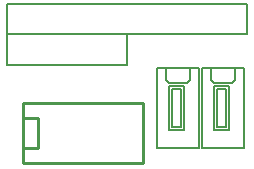
<source format=gto>
G04 (created by PCBNEW (2013-07-07 BZR 4022)-stable) date 15/01/2015 17:01:17*
%MOIN*%
G04 Gerber Fmt 3.4, Leading zero omitted, Abs format*
%FSLAX34Y34*%
G01*
G70*
G90*
G04 APERTURE LIST*
%ADD10C,0.00590551*%
%ADD11C,0.01*%
G04 APERTURE END LIST*
G54D10*
X74950Y-36800D02*
X74950Y-37300D01*
X70950Y-37300D02*
X74950Y-37300D01*
X74950Y-36800D02*
X74950Y-36300D01*
X74950Y-36300D02*
X66950Y-36300D01*
X66950Y-36300D02*
X66950Y-36350D01*
X70950Y-37300D02*
X66950Y-37300D01*
X66950Y-36325D02*
X66950Y-38325D01*
X66950Y-38325D02*
X70950Y-38325D01*
X70950Y-38325D02*
X70950Y-37325D01*
G54D11*
X67500Y-40100D02*
X68000Y-40100D01*
X68000Y-40100D02*
X68000Y-41100D01*
X68000Y-41100D02*
X67500Y-41100D01*
X67500Y-39600D02*
X71500Y-39600D01*
X71500Y-39600D02*
X71500Y-41600D01*
X71500Y-41600D02*
X67500Y-41600D01*
X67500Y-41600D02*
X67500Y-39600D01*
G54D10*
X72453Y-38914D02*
X72354Y-38914D01*
X73043Y-38422D02*
X73043Y-38815D01*
X73043Y-38815D02*
X72945Y-38914D01*
X72945Y-38914D02*
X72453Y-38914D01*
X72354Y-38914D02*
X72256Y-38815D01*
X72256Y-38815D02*
X72256Y-38422D01*
X72748Y-39111D02*
X72453Y-39111D01*
X72453Y-39111D02*
X72453Y-40390D01*
X72453Y-40390D02*
X72748Y-40390D01*
X72748Y-40390D02*
X72748Y-39111D01*
X72846Y-39012D02*
X72354Y-39012D01*
X72354Y-39012D02*
X72354Y-40488D01*
X72354Y-40488D02*
X72846Y-40488D01*
X72846Y-40488D02*
X72846Y-39012D01*
X73338Y-38422D02*
X71961Y-38422D01*
X71961Y-38422D02*
X71961Y-41079D01*
X71961Y-41079D02*
X73338Y-41079D01*
X73338Y-41079D02*
X73338Y-38422D01*
X73953Y-38914D02*
X73854Y-38914D01*
X74543Y-38422D02*
X74543Y-38815D01*
X74543Y-38815D02*
X74445Y-38914D01*
X74445Y-38914D02*
X73953Y-38914D01*
X73854Y-38914D02*
X73756Y-38815D01*
X73756Y-38815D02*
X73756Y-38422D01*
X74248Y-39111D02*
X73953Y-39111D01*
X73953Y-39111D02*
X73953Y-40390D01*
X73953Y-40390D02*
X74248Y-40390D01*
X74248Y-40390D02*
X74248Y-39111D01*
X74346Y-39012D02*
X73854Y-39012D01*
X73854Y-39012D02*
X73854Y-40488D01*
X73854Y-40488D02*
X74346Y-40488D01*
X74346Y-40488D02*
X74346Y-39012D01*
X74838Y-38422D02*
X73461Y-38422D01*
X73461Y-38422D02*
X73461Y-41079D01*
X73461Y-41079D02*
X74838Y-41079D01*
X74838Y-41079D02*
X74838Y-38422D01*
M02*

</source>
